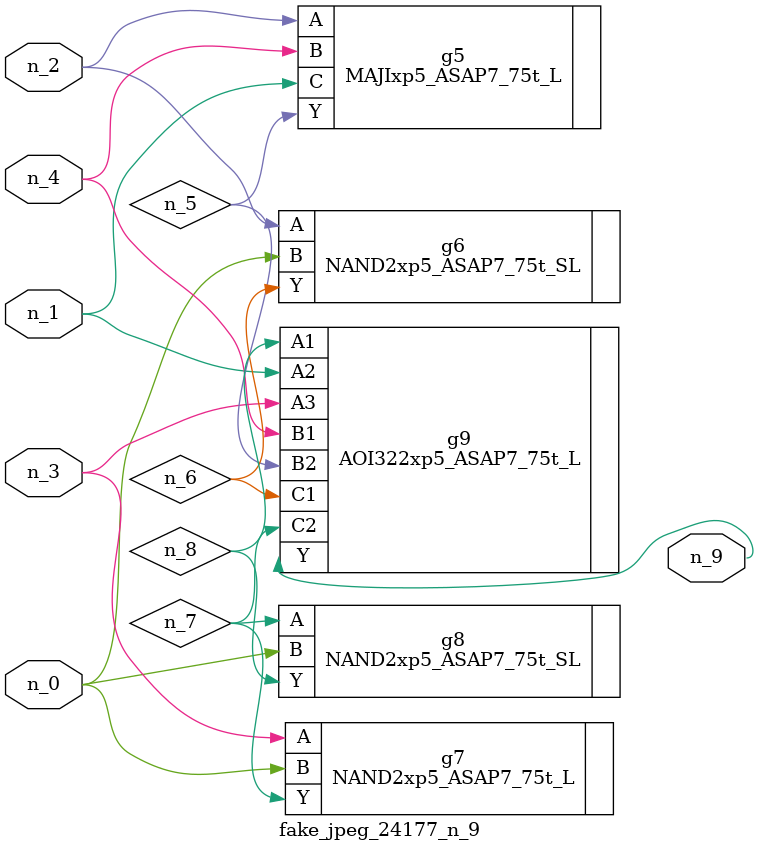
<source format=v>
module fake_jpeg_24177_n_9 (n_3, n_2, n_1, n_0, n_4, n_9);

input n_3;
input n_2;
input n_1;
input n_0;
input n_4;

output n_9;

wire n_8;
wire n_6;
wire n_5;
wire n_7;

MAJIxp5_ASAP7_75t_L g5 ( 
.A(n_2),
.B(n_4),
.C(n_1),
.Y(n_5)
);

NAND2xp5_ASAP7_75t_SL g6 ( 
.A(n_2),
.B(n_0),
.Y(n_6)
);

NAND2xp5_ASAP7_75t_L g7 ( 
.A(n_3),
.B(n_0),
.Y(n_7)
);

NAND2xp5_ASAP7_75t_SL g8 ( 
.A(n_7),
.B(n_0),
.Y(n_8)
);

AOI322xp5_ASAP7_75t_L g9 ( 
.A1(n_8),
.A2(n_1),
.A3(n_3),
.B1(n_4),
.B2(n_5),
.C1(n_6),
.C2(n_7),
.Y(n_9)
);


endmodule
</source>
